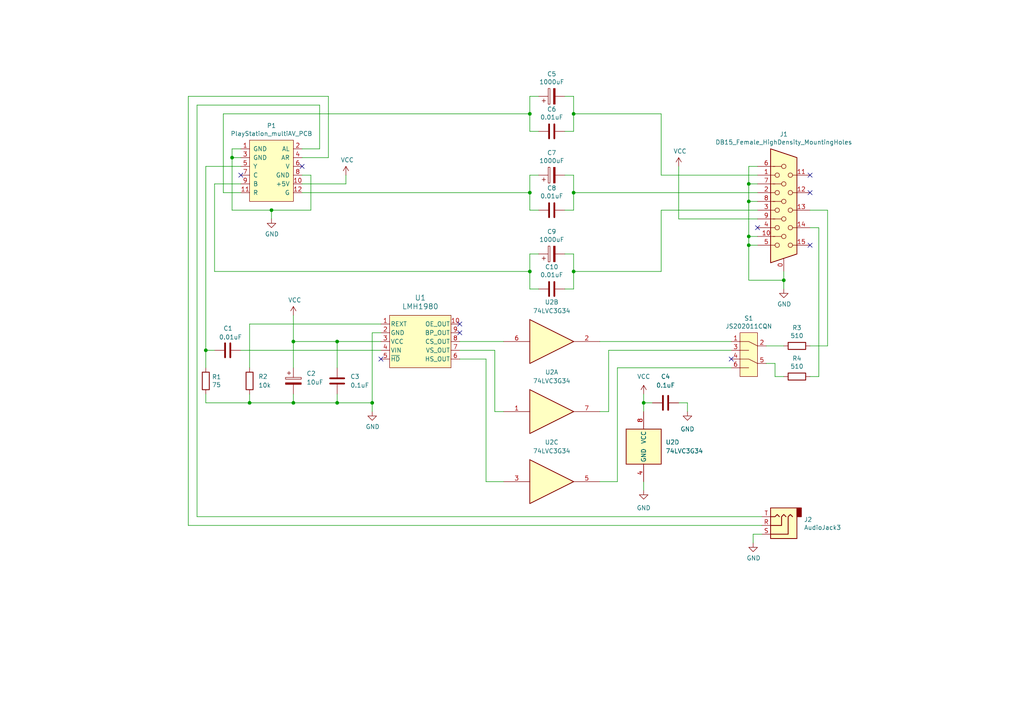
<source format=kicad_sch>
(kicad_sch (version 20250114) (generator "eeschema") (generator_version "9.0")
  (paper "A4")
  (title_block (title "RGBPlug Type P") (date "2025-05-28") (rev "v0.3"))
  (lib_symbols
    (symbol "74xGxx:74LVC3G34"
      (property "Reference" "U" (at -2.54 7.62 0))
      (property "Value" "74LVC3G34" (at 1.27 -7.62 0))
      (symbol "74LVC3G34_1_1"
        (polyline (pts (xy -7.62 6.35) (xy -7.62 -6.35) (xy 5.08 0) (xy -7.62 6.35)) (stroke (width 0.254)) (fill (type background)))
        (pin input line (at -15.24 0 0) (length 7.62) (name "~") (number "1"))
        (pin output line (at 12.7 0 180) (length 7.62) (name "~") (number "7"))
      )
      (symbol "74LVC3G34_2_1"
        (polyline (pts (xy -7.62 6.35) (xy -7.62 -6.35) (xy 5.08 0) (xy -7.62 6.35)) (stroke (width 0.254)) (fill (type background)))
        (pin input line (at -15.24 0 0) (length 7.62) (name "~") (number "6"))
        (pin output line (at 12.7 0 180) (length 7.62) (name "~") (number "2"))
      )
      (symbol "74LVC3G34_3_1"
        (polyline (pts (xy -7.62 6.35) (xy -7.62 -6.35) (xy 5.08 0) (xy -7.62 6.35)) (stroke (width 0.254)) (fill (type background)))
        (pin input line (at -15.24 0 0) (length 7.62) (name "~") (number "3"))
        (pin output line (at 12.7 0 180) (length 7.62) (name "~") (number "5"))
      )
      (symbol "74LVC3G34_4_0"
        (rectangle (start -5.08 -5.08) (end 5.08 5.08) (stroke (width 0.254)) (fill (type background)))
      )
      (symbol "74LVC3G34_4_1"
        (pin power_in line (at 0 10.16 270) (length 5.08) (name "VCC") (number "8"))
        (pin power_in line (at 0 -10.16 90) (length 5.08) (name "GND") (number "4"))
      )
    )
    (symbol "Connector:AudioJack3"
      (property "Reference" "J" (at 0 8.89 0))
      (property "Value" "AudioJack3" (at 0 6.35 0))
      (symbol "AudioJack3_0_1"
        (rectangle (start -5.08 -5.08) (end -6.35 -2.54) (stroke (width 0.254)) (fill (type outline)))
        (polyline (pts (xy -1.905 -2.54) (xy -1.27 -3.175) (xy -0.635 -2.54) (xy -0.635 0) (xy 2.54 0)) (stroke (width 0.254)))
        (polyline (pts (xy 0 -2.54) (xy 0.635 -3.175) (xy 1.27 -2.54) (xy 2.54 -2.54)) (stroke (width 0.254)))
        (rectangle (start 2.54 3.81) (end -5.08 -5.08) (stroke (width 0.254)) (fill (type background)))
        (polyline (pts (xy 2.54 2.54) (xy -2.54 2.54) (xy -2.54 -2.54) (xy -3.175 -3.175) (xy -3.81 -2.54)) (stroke (width 0.254)))
      )
      (symbol "AudioJack3_1_1"
        (pin passive line (at 5.08 2.54 180) (length 2.54) (name "~") (number "S"))
        (pin passive line (at 5.08 0 180) (length 2.54) (name "~") (number "R"))
        (pin passive line (at 5.08 -2.54 180) (length 2.54) (name "~") (number "T"))
      )
    )
    (symbol "Connector:DB15_Female_HighDensity_MountingHoles" (pin_names (offset 1.016) (hide yes))
      (property "Reference" "J" (at 0 21.59 0))
      (property "Value" "DB15_Female_HighDensity_MountingHoles" (at 0 19.05 0))
      (symbol "DB15_Female_HighDensity_MountingHoles_0_1"
        (polyline (pts (xy -3.81 17.78) (xy -3.81 -15.24) (xy 3.81 -12.7) (xy 3.81 15.24) (xy -3.81 17.78)) (stroke (width 0.254)) (fill (type background)))
        (polyline (pts (xy -3.175 7.62) (xy -0.635 7.62)))
        (circle (center -1.905 10.16) (radius 0.635))
        (circle (center -1.905 5.08) (radius 0.635))
        (circle (center -1.905 0) (radius 0.635))
        (circle (center -1.905 -5.08) (radius 0.635))
        (circle (center -1.905 -10.16) (radius 0.635))
        (polyline (pts (xy -0.635 12.7) (xy -3.175 12.7)))
        (polyline (pts (xy -0.635 2.54) (xy -3.175 2.54)))
        (polyline (pts (xy -0.635 -2.54) (xy -3.175 -2.54)))
        (polyline (pts (xy -0.635 -7.62) (xy -3.175 -7.62)))
        (circle (center 0 12.7) (radius 0.635))
        (circle (center 0 7.62) (radius 0.635))
        (circle (center 0 2.54) (radius 0.635))
        (circle (center 0 -2.54) (radius 0.635))
        (circle (center 0 -7.62) (radius 0.635))
        (circle (center 1.905 10.16) (radius 0.635))
        (circle (center 1.905 5.08) (radius 0.635))
        (circle (center 1.905 0) (radius 0.635))
        (circle (center 1.905 -5.08) (radius 0.635))
        (circle (center 1.905 -10.16) (radius 0.635))
      )
      (symbol "DB15_Female_HighDensity_MountingHoles_1_1"
        (pin passive line (at -7.62 12.7 0) (length 5.08) (name "~") (number "6"))
        (pin passive line (at -7.62 10.16 0) (length 5.08) (name "~") (number "1"))
        (pin passive line (at -7.62 7.62 0) (length 5.08) (name "~") (number "7"))
        (pin passive line (at -7.62 5.08 0) (length 5.08) (name "~") (number "2"))
        (pin passive line (at -7.62 2.54 0) (length 5.08) (name "~") (number "8"))
        (pin passive line (at -7.62 0 0) (length 5.08) (name "~") (number "3"))
        (pin passive line (at -7.62 -2.54 0) (length 5.08) (name "~") (number "9"))
        (pin passive line (at -7.62 -5.08 0) (length 5.08) (name "~") (number "4"))
        (pin passive line (at -7.62 -7.62 0) (length 5.08) (name "~") (number "10"))
        (pin passive line (at -7.62 -10.16 0) (length 5.08) (name "~") (number "5"))
        (pin passive line (at 0 -17.78 90) (length 3.81) (name "~") (number "0"))
        (pin passive line (at 7.62 10.16 180) (length 5.08) (name "~") (number "11"))
        (pin passive line (at 7.62 5.08 180) (length 5.08) (name "~") (number "12"))
        (pin passive line (at 7.62 0 180) (length 5.08) (name "~") (number "13"))
        (pin passive line (at 7.62 -5.08 180) (length 5.08) (name "~") (number "14"))
        (pin passive line (at 7.62 -10.16 180) (length 5.08) (name "~") (number "15"))
      )
    )
    (symbol "Device:C" (pin_numbers (hide yes)) (pin_names (offset 0.254))
      (property "Reference" "C" (at 0.635 2.54 0))
      (property "Value" "C" (at 0.635 -2.54 0))
      (symbol "C_0_1"
        (polyline (pts (xy -2.032 0.762) (xy 2.032 0.762)) (stroke (width 0.508)))
        (polyline (pts (xy -2.032 -0.762) (xy 2.032 -0.762)) (stroke (width 0.508)))
      )
      (symbol "C_1_1"
        (pin passive line (at 0 3.81 270) (length 2.794) (name "~") (number "1"))
        (pin passive line (at 0 -3.81 90) (length 2.794) (name "~") (number "2"))
      )
    )
    (symbol "Device:CP" (pin_numbers (hide yes)) (pin_names (offset 0.254))
      (property "Reference" "C" (at 0.635 2.54 0))
      (property "Value" "Device_CP" (at 0.635 -2.54 0))
      (symbol "CP_0_1"
        (rectangle (start -2.286 0.508) (end 2.286 1.016))
        (polyline (pts (xy -1.778 2.286) (xy -0.762 2.286)))
        (polyline (pts (xy -1.27 2.794) (xy -1.27 1.778)))
        (rectangle (start 2.286 -0.508) (end -2.286 -1.016) (fill (type outline)))
      )
      (symbol "CP_1_1"
        (pin passive line (at 0 3.81 270) (length 2.794) (name "~") (number "1"))
        (pin passive line (at 0 -3.81 90) (length 2.794) (name "~") (number "2"))
      )
    )
    (symbol "Device:C_Polarized" (pin_numbers (hide yes)) (pin_names (offset 0.254))
      (property "Reference" "C" (at 0.635 2.54 0))
      (property "Value" "C_Polarized" (at 0.635 -2.54 0))
      (symbol "C_Polarized_0_1"
        (rectangle (start -2.286 0.508) (end 2.286 1.016))
        (polyline (pts (xy -1.778 2.286) (xy -0.762 2.286)))
        (polyline (pts (xy -1.27 2.794) (xy -1.27 1.778)))
        (rectangle (start 2.286 -0.508) (end -2.286 -1.016) (fill (type outline)))
      )
      (symbol "C_Polarized_1_1"
        (pin passive line (at 0 3.81 270) (length 2.794) (name "~") (number "1"))
        (pin passive line (at 0 -3.81 90) (length 2.794) (name "~") (number "2"))
      )
    )
    (symbol "Device:R" (pin_numbers (hide yes)) (pin_names (offset 0))
      (property "Reference" "R" (at 2.032 0 90))
      (property "Value" "R" (at 0 0 90))
      (symbol "R_0_1"
        (rectangle (start -1.016 -2.54) (end 1.016 2.54) (stroke (width 0.254)))
      )
      (symbol "R_1_1"
        (pin passive line (at 0 3.81 270) (length 1.27) (name "~") (number "1"))
        (pin passive line (at 0 -3.81 90) (length 1.27) (name "~") (number "2"))
      )
    )
    (symbol "GND_1" (power) (pin_names (offset 0))
      (property "Value" "GND_1" (at 0 -3.81 0))
      (symbol "GND_1_0_1"
        (polyline (pts (xy 0 0) (xy 0 -1.27) (xy 1.27 -1.27) (xy 0 -2.54) (xy -1.27 -1.27) (xy 0 -1.27)))
      )
      (symbol "GND_1_1_1"
        (pin power_in line (at 0 0 270) (length 0) (hide yes) (name "GND") (number "1"))
      )
    )
    (symbol "GND_2" (power) (pin_names (offset 0))
      (property "Value" "GND_2" (at 0 -3.81 0))
      (symbol "GND_2_0_1"
        (polyline (pts (xy 0 0) (xy 0 -1.27) (xy 1.27 -1.27) (xy 0 -2.54) (xy -1.27 -1.27) (xy 0 -1.27)))
      )
      (symbol "GND_2_1_1"
        (pin power_in line (at 0 0 270) (length 0) (hide yes) (name "GND") (number "1"))
      )
    )
    (symbol "VCC_1" (power) (pin_names (offset 0))
      (property "Value" "VCC_1" (at 0 3.81 0))
      (symbol "VCC_1_0_1"
        (polyline (pts (xy -0.762 1.27) (xy 0 2.54)))
        (polyline (pts (xy 0 2.54) (xy 0.762 1.27)))
        (polyline (pts (xy 0 0) (xy 0 2.54)))
      )
      (symbol "VCC_1_1_1"
        (pin power_in line (at 0 0 90) (length 0) (hide yes) (name "VCC") (number "1"))
      )
    )
    (symbol "power:GND" (power) (pin_names (offset 0))
      (property "Value" "GND" (at 0 -3.81 0))
      (symbol "GND_0_1"
        (polyline (pts (xy 0 0) (xy 0 -1.27) (xy 1.27 -1.27) (xy 0 -2.54) (xy -1.27 -1.27) (xy 0 -1.27)))
      )
      (symbol "GND_1_1"
        (pin power_in line (at 0 0 270) (length 0) (hide yes) (name "GND") (number "1"))
      )
    )
    (symbol "power:VCC" (power) (pin_names (offset 0))
      (property "Value" "VCC" (at 0 3.81 0))
      (symbol "VCC_0_1"
        (polyline (pts (xy -0.762 1.27) (xy 0 2.54)))
        (polyline (pts (xy 0 2.54) (xy 0.762 1.27)))
        (polyline (pts (xy 0 0) (xy 0 2.54)))
      )
      (symbol "VCC_1_1"
        (pin power_in line (at 0 0 90) (length 0) (hide yes) (name "VCC") (number "1"))
      )
    )
    (symbol "retro_gaming:LMH1980" (pin_names (offset 0.254))
      (property "Reference" "U" (at 0 8.89 0))
      (property "Value" "LMH1980" (at 0 -8.89 0))
      (symbol "LMH1980_1_1"
        (rectangle (start -8.89 7.62) (end 8.89 -7.62) (fill (type background)))
        (pin passive line (at -11.43 5.08 0) (length 2.54) (name "REXT") (number "1"))
        (pin power_in line (at -11.43 2.54 0) (length 2.54) (name "GND") (number "2"))
        (pin power_in line (at -11.43 0 0) (length 2.54) (name "VCC") (number "3"))
        (pin input line (at -11.43 -2.54 0) (length 2.54) (name "VIN") (number "4"))
        (pin output line (at -11.43 -5.08 0) (length 2.54) (name "~{HD}") (number "5"))
        (pin output line (at 11.43 5.08 180) (length 2.54) (name "OE_OUT") (number "10"))
        (pin output line (at 11.43 2.54 180) (length 2.54) (name "BP_OUT") (number "9"))
        (pin output line (at 11.43 0 180) (length 2.54) (name "CS_OUT") (number "8"))
        (pin output line (at 11.43 -2.54 180) (length 2.54) (name "VS_OUT") (number "7"))
        (pin output line (at 11.43 -5.08 180) (length 2.54) (name "HS_OUT") (number "6"))
      )
    )
    (symbol "retro_gaming:PlayStation_multiAV_PCB" (pin_names (offset 1.016))
      (property "Reference" "P" (at 0 -10.16 0))
      (property "Value" "retro_gaming_PlayStation_multiAV_PCB" (at 0 10.16 0))
      (symbol "PlayStation_multiAV_PCB_0_1"
        (rectangle (start -6.35 8.89) (end 6.35 -8.89) (fill (type background)))
      )
      (symbol "PlayStation_multiAV_PCB_1_1"
        (pin passive line (at -8.89 6.35 0) (length 2.54) (name "GND") (number "1"))
        (pin passive line (at -8.89 3.81 0) (length 2.54) (name "GND") (number "3"))
        (pin passive line (at -8.89 1.27 0) (length 2.54) (name "Y") (number "5"))
        (pin passive line (at -8.89 -1.27 0) (length 2.54) (name "C") (number "7"))
        (pin passive line (at -8.89 -3.81 0) (length 2.54) (name "B") (number "9"))
        (pin passive line (at -8.89 -6.35 0) (length 2.54) (name "R") (number "11"))
        (pin passive line (at 8.89 6.35 180) (length 2.54) (name "AL") (number "2"))
        (pin passive line (at 8.89 3.81 180) (length 2.54) (name "AR") (number "4"))
        (pin passive line (at 8.89 1.27 180) (length 2.54) (name "V") (number "6"))
        (pin passive line (at 8.89 -1.27 180) (length 2.54) (name "GND") (number "8"))
        (pin passive line (at 8.89 -3.81 180) (length 2.54) (name "+5V") (number "10"))
        (pin passive line (at 8.89 -6.35 180) (length 2.54) (name "G") (number "12"))
      )
    )
    (symbol "rgbplug_psx-rescue:JS202011CQN-retro_gaming" (pin_names (offset 1.016))
      (property "Reference" "S" (at 0 -7.62 0))
      (property "Value" "JS202011CQN-retro_gaming" (at 0 7.62 0))
      (symbol "JS202011CQN-retro_gaming_0_1"
        (rectangle (start -2.54 6.35) (end 2.54 -6.35) (fill (type background)))
        (polyline (pts (xy -2.54 3.81) (xy 0 3.81) (xy 2.54 2.54)))
        (polyline (pts (xy -2.54 1.27) (xy 0 1.27)))
        (polyline (pts (xy -2.54 -1.27) (xy 0 -1.27) (xy 2.54 -2.54)))
        (polyline (pts (xy -2.54 -3.81) (xy 0 -3.81)))
      )
      (symbol "JS202011CQN-retro_gaming_1_1"
        (pin passive line (at -5.08 3.81 0) (length 2.54) (name "~") (number "1"))
        (pin passive line (at -5.08 1.27 0) (length 2.54) (name "~") (number "3"))
        (pin passive line (at -5.08 -1.27 0) (length 2.54) (name "~") (number "4"))
        (pin passive line (at -5.08 -3.81 0) (length 2.54) (name "~") (number "6"))
        (pin passive line (at 5.08 2.54 180) (length 2.54) (name "~") (number "2"))
        (pin passive line (at 5.08 -2.54 180) (length 2.54) (name "~") (number "5"))
      )
    )
  )
  (junction (at 78.74 60.96))
  (junction (at 153.67 55.88))
  (junction (at 153.67 33.02))
  (junction (at 186.69 116.84))
  (junction (at 217.17 68.58))
  (junction (at 217.17 53.34))
  (junction (at 97.79 116.84))
  (junction (at 85.09 116.84))
  (junction (at 166.37 55.88))
  (junction (at 217.17 58.42))
  (junction (at 59.69 101.6))
  (junction (at 166.37 78.74))
  (junction (at 166.37 33.02))
  (junction (at 107.95 116.84))
  (junction (at 217.17 71.12))
  (junction (at 227.33 81.28))
  (junction (at 67.31 45.72))
  (junction (at 153.67 78.74))
  (junction (at 97.79 99.06))
  (junction (at 85.09 99.06))
  (junction (at 72.39 116.84))
  (no_connect (at 110.49 104.14))
  (no_connect (at 234.95 50.8))
  (no_connect (at 212.09 104.14))
  (no_connect (at 69.85 50.8))
  (no_connect (at 133.35 93.98))
  (no_connect (at 87.63 48.26))
  (no_connect (at 219.71 66.04))
  (no_connect (at 234.95 55.88))
  (no_connect (at 133.35 96.52))
  (no_connect (at 234.95 71.12))
  (wire (pts (xy 87.63 43.18) (xy 92.71 43.18)))
  (wire (pts (xy 153.67 78.74) (xy 153.67 73.66)))
  (wire (pts (xy 62.23 101.6) (xy 59.69 101.6)))
  (wire (pts (xy 237.49 66.04) (xy 237.49 109.22)))
  (wire (pts (xy 153.67 83.82) (xy 153.67 78.74)))
  (wire (pts (xy 166.37 83.82) (xy 166.37 78.74)))
  (wire (pts (xy 85.09 116.84) (xy 97.79 116.84)))
  (wire (pts (xy 85.09 99.06) (xy 97.79 99.06)))
  (wire (pts (xy 217.17 58.42) (xy 217.17 53.34)))
  (wire (pts (xy 156.21 50.8) (xy 153.67 50.8)))
  (wire (pts (xy 166.37 73.66) (xy 163.83 73.66)))
  (wire (pts (xy 153.67 27.94) (xy 153.67 33.02)))
  (wire (pts (xy 234.95 100.33) (xy 240.03 100.33)))
  (wire (pts (xy 87.63 55.88) (xy 153.67 55.88)))
  (wire (pts (xy 219.71 58.42) (xy 217.17 58.42)))
  (wire (pts (xy 219.71 60.96) (xy 191.77 60.96)))
  (wire (pts (xy 87.63 45.72) (xy 95.25 45.72)))
  (wire (pts (xy 218.44 157.48) (xy 218.44 154.94)))
  (wire (pts (xy 227.33 78.74) (xy 227.33 81.28)))
  (wire (pts (xy 85.09 99.06) (xy 85.09 106.68)))
  (wire (pts (xy 57.15 149.86) (xy 220.98 149.86)))
  (wire (pts (xy 234.95 109.22) (xy 237.49 109.22)))
  (wire (pts (xy 59.69 48.26) (xy 69.85 48.26)))
  (wire (pts (xy 95.25 27.94) (xy 54.61 27.94)))
  (wire (pts (xy 227.33 81.28) (xy 227.33 83.82)))
  (wire (pts (xy 196.85 63.5) (xy 219.71 63.5)))
  (wire (pts (xy 166.37 33.02) (xy 166.37 38.1)))
  (wire (pts (xy 54.61 27.94) (xy 54.61 152.4)))
  (wire (pts (xy 90.17 50.8) (xy 90.17 60.96)))
  (wire (pts (xy 143.51 119.38) (xy 143.51 101.6)))
  (wire (pts (xy 191.77 33.02) (xy 191.77 50.8)))
  (wire (pts (xy 95.25 45.72) (xy 95.25 27.94)))
  (wire (pts (xy 240.03 60.96) (xy 234.95 60.96)))
  (wire (pts (xy 97.79 99.06) (xy 110.49 99.06)))
  (wire (pts (xy 173.99 139.7) (xy 179.07 139.7)))
  (wire (pts (xy 62.23 78.74) (xy 153.67 78.74)))
  (wire (pts (xy 85.09 114.3) (xy 85.09 116.84)))
  (wire (pts (xy 219.71 71.12) (xy 217.17 71.12)))
  (wire (pts (xy 166.37 55.88) (xy 219.71 55.88)))
  (wire (pts (xy 240.03 60.96) (xy 240.03 100.33)))
  (wire (pts (xy 156.21 27.94) (xy 153.67 27.94)))
  (wire (pts (xy 67.31 43.18) (xy 67.31 45.72)))
  (wire (pts (xy 166.37 27.94) (xy 166.37 33.02)))
  (wire (pts (xy 67.31 45.72) (xy 67.31 60.96)))
  (wire (pts (xy 191.77 60.96) (xy 191.77 78.74)))
  (wire (pts (xy 196.85 48.26) (xy 196.85 63.5)))
  (wire (pts (xy 100.33 53.34) (xy 100.33 50.8)))
  (wire (pts (xy 218.44 154.94) (xy 220.98 154.94)))
  (wire (pts (xy 217.17 48.26) (xy 219.71 48.26)))
  (wire (pts (xy 59.69 114.3) (xy 59.69 116.84)))
  (wire (pts (xy 87.63 50.8) (xy 90.17 50.8)))
  (wire (pts (xy 166.37 55.88) (xy 166.37 50.8)))
  (wire (pts (xy 176.53 101.6) (xy 212.09 101.6)))
  (wire (pts (xy 166.37 50.8) (xy 163.83 50.8)))
  (wire (pts (xy 92.71 30.48) (xy 57.15 30.48)))
  (wire (pts (xy 163.83 60.96) (xy 166.37 60.96)))
  (wire (pts (xy 163.83 83.82) (xy 166.37 83.82)))
  (wire (pts (xy 153.67 60.96) (xy 153.67 55.88)))
  (wire (pts (xy 217.17 71.12) (xy 217.17 68.58)))
  (wire (pts (xy 166.37 78.74) (xy 166.37 73.66)))
  (wire (pts (xy 90.17 60.96) (xy 78.74 60.96)))
  (wire (pts (xy 166.37 78.74) (xy 191.77 78.74)))
  (wire (pts (xy 217.17 68.58) (xy 217.17 58.42)))
  (wire (pts (xy 54.61 152.4) (xy 220.98 152.4)))
  (wire (pts (xy 72.39 93.98) (xy 72.39 106.68)))
  (wire (pts (xy 67.31 60.96) (xy 78.74 60.96)))
  (wire (pts (xy 59.69 116.84) (xy 72.39 116.84)))
  (wire (pts (xy 166.37 27.94) (xy 163.83 27.94)))
  (wire (pts (xy 67.31 43.18) (xy 69.85 43.18)))
  (wire (pts (xy 57.15 30.48) (xy 57.15 149.86)))
  (wire (pts (xy 143.51 101.6) (xy 133.35 101.6)))
  (wire (pts (xy 72.39 116.84) (xy 85.09 116.84)))
  (wire (pts (xy 199.39 119.38) (xy 199.39 116.84)))
  (wire (pts (xy 219.71 53.34) (xy 217.17 53.34)))
  (wire (pts (xy 219.71 68.58) (xy 217.17 68.58)))
  (wire (pts (xy 97.79 116.84) (xy 107.95 116.84)))
  (wire (pts (xy 222.25 105.41) (xy 224.79 105.41)))
  (wire (pts (xy 153.67 33.02) (xy 153.67 38.1)))
  (wire (pts (xy 222.25 100.33) (xy 227.33 100.33)))
  (wire (pts (xy 87.63 53.34) (xy 100.33 53.34)))
  (wire (pts (xy 224.79 105.41) (xy 224.79 109.22)))
  (wire (pts (xy 140.97 139.7) (xy 146.05 139.7)))
  (wire (pts (xy 64.77 33.02) (xy 153.67 33.02)))
  (wire (pts (xy 107.95 96.52) (xy 107.95 116.84)))
  (wire (pts (xy 217.17 53.34) (xy 217.17 48.26)))
  (wire (pts (xy 133.35 104.14) (xy 140.97 104.14)))
  (wire (pts (xy 186.69 116.84) (xy 189.23 116.84)))
  (wire (pts (xy 62.23 53.34) (xy 69.85 53.34)))
  (wire (pts (xy 179.07 106.68) (xy 212.09 106.68)))
  (wire (pts (xy 64.77 55.88) (xy 69.85 55.88)))
  (wire (pts (xy 166.37 33.02) (xy 191.77 33.02)))
  (wire (pts (xy 97.79 99.06) (xy 97.79 106.68)))
  (wire (pts (xy 217.17 81.28) (xy 217.17 71.12)))
  (wire (pts (xy 110.49 93.98) (xy 72.39 93.98)))
  (wire (pts (xy 69.85 101.6) (xy 110.49 101.6)))
  (wire (pts (xy 156.21 60.96) (xy 153.67 60.96)))
  (wire (pts (xy 224.79 109.22) (xy 227.33 109.22)))
  (wire (pts (xy 234.95 66.04) (xy 237.49 66.04)))
  (wire (pts (xy 219.71 50.8) (xy 191.77 50.8)))
  (wire (pts (xy 64.77 33.02) (xy 64.77 55.88)))
  (wire (pts (xy 92.71 43.18) (xy 92.71 30.48)))
  (wire (pts (xy 110.49 96.52) (xy 107.95 96.52)))
  (wire (pts (xy 153.67 73.66) (xy 156.21 73.66)))
  (wire (pts (xy 186.69 116.84) (xy 186.69 119.38)))
  (wire (pts (xy 62.23 53.34) (xy 62.23 78.74)))
  (wire (pts (xy 85.09 99.06) (xy 85.09 91.44)))
  (wire (pts (xy 97.79 114.3) (xy 97.79 116.84)))
  (wire (pts (xy 156.21 83.82) (xy 153.67 83.82)))
  (wire (pts (xy 186.69 114.3) (xy 186.69 116.84)))
  (wire (pts (xy 140.97 104.14) (xy 140.97 139.7)))
  (wire (pts (xy 59.69 101.6) (xy 59.69 48.26)))
  (wire (pts (xy 227.33 81.28) (xy 217.17 81.28)))
  (wire (pts (xy 186.69 139.7) (xy 186.69 142.24)))
  (wire (pts (xy 176.53 119.38) (xy 176.53 101.6)))
  (wire (pts (xy 173.99 99.06) (xy 212.09 99.06)))
  (wire (pts (xy 67.31 45.72) (xy 69.85 45.72)))
  (wire (pts (xy 146.05 119.38) (xy 143.51 119.38)))
  (wire (pts (xy 166.37 60.96) (xy 166.37 55.88)))
  (wire (pts (xy 199.39 116.84) (xy 196.85 116.84)))
  (wire (pts (xy 179.07 139.7) (xy 179.07 106.68)))
  (wire (pts (xy 72.39 116.84) (xy 72.39 114.3)))
  (wire (pts (xy 59.69 101.6) (xy 59.69 106.68)))
  (wire (pts (xy 133.35 99.06) (xy 146.05 99.06)))
  (wire (pts (xy 78.74 63.5) (xy 78.74 60.96)))
  (wire (pts (xy 153.67 38.1) (xy 156.21 38.1)))
  (wire (pts (xy 173.99 119.38) (xy 176.53 119.38)))
  (wire (pts (xy 163.83 38.1) (xy 166.37 38.1)))
  (wire (pts (xy 153.67 55.88) (xy 153.67 50.8)))
  (wire (pts (xy 107.95 119.38) (xy 107.95 116.84)))
  (symbol (lib_id "Connector:DB15_Female_HighDensity_MountingHoles") (at 227.33 60.96 0) (unit 1)
    (property "Reference" "J1" (at 227.33 38.9382 0))
    (property "Value" "DB15_Female_HighDensity_MountingHoles" (at 227.33 41.2496 0))
    (property "Footprint" "retro_gaming:L17HTHES4F1C" (effects (hide yes)))
    (property "Datasheet" " ~" (effects (hide yes)))
  )
  (symbol (lib_id "rgbplug_psx-rescue:JS202011CQN-retro_gaming") (at 217.17 102.87 0) (unit 1)
    (property "Reference" "S1" (at 217.17 92.329 0))
    (property "Value" "JS202011CQN" (at 217.17 94.6404 0))
    (property "Footprint" "Button_Switch_THT:SW_CuK_JS202011CQN_DPDT_Straight" (effects (hide yes)))
    (property "Datasheet" "https://www.ckswitches.com/media/1422/js.pdf" (effects (hide yes)))
  )
  (symbol (lib_id "Device:CP") (at 160.02 27.94 90) (unit 1)
    (property "Reference" "C5" (at 160.02 21.463 90))
    (property "Value" "1000uF" (at 160.02 23.7744 90))
    (property "Footprint" "Capacitor_THT:CP_Radial_D6.3mm_P2.50mm" (effects (hide yes)))
  )
  (symbol (lib_id "Device:CP") (at 160.02 50.8 90) (unit 1)
    (property "Reference" "C7" (at 160.02 44.323 90))
    (property "Value" "1000uF" (at 160.02 46.6344 90))
    (property "Footprint" "Capacitor_THT:CP_Radial_D6.3mm_P2.50mm" (effects (hide yes)))
  )
  (symbol (lib_id "Device:CP") (at 160.02 73.66 90) (unit 1)
    (property "Reference" "C9" (at 160.02 67.183 90))
    (property "Value" "1000uF" (at 160.02 69.4944 90))
    (property "Footprint" "Capacitor_THT:CP_Radial_D6.3mm_P2.50mm" (effects (hide yes)))
  )
  (symbol (lib_id "Device:C") (at 160.02 38.1 270) (unit 1)
    (property "Reference" "C6" (at 160.02 31.6992 90))
    (property "Value" "0.01uF" (at 160.02 34.0106 90))
    (property "Footprint" "Capacitor_SMD:C_0805_2012Metric_Pad1.18x1.45mm_HandSolder" (effects (hide yes)))
  )
  (symbol (lib_id "Device:C") (at 160.02 60.96 270) (unit 1)
    (property "Reference" "C8" (at 160.02 54.5592 90))
    (property "Value" "0.01uF" (at 160.02 56.8706 90))
    (property "Footprint" "Capacitor_SMD:C_0805_2012Metric_Pad1.18x1.45mm_HandSolder" (effects (hide yes)))
  )
  (symbol (lib_id "Device:C") (at 160.02 83.82 270) (unit 1)
    (property "Reference" "C10" (at 160.02 77.4192 90))
    (property "Value" "0.01uF" (at 160.02 79.7306 90))
    (property "Footprint" "Capacitor_SMD:C_0805_2012Metric_Pad1.18x1.45mm_HandSolder" (effects (hide yes)))
  )
  (symbol (lib_id "Device:C") (at 66.04 101.6 90) (unit 1)
    (property "Reference" "C1" (at 64.77 95.25 90) (effects (justify right)))
    (property "Value" "0.01uF" (at 63.5 97.79 90) (effects (justify right)))
    (property "Footprint" "Capacitor_SMD:C_0805_2012Metric_Pad1.18x1.45mm_HandSolder" (effects (hide yes)))
  )
  (symbol (lib_id "Device:R") (at 231.14 100.33 270) (unit 1)
    (property "Reference" "R3" (at 231.14 95.0722 90))
    (property "Value" "510" (at 231.14 97.3836 90))
    (property "Footprint" "Resistor_SMD:R_0805_2012Metric_Pad1.20x1.40mm_HandSolder" (effects (hide yes)))
  )
  (symbol (lib_id "Device:R") (at 231.14 109.22 270) (unit 1)
    (property "Reference" "R4" (at 231.14 103.9622 90))
    (property "Value" "510" (at 231.14 106.2736 90))
    (property "Footprint" "Resistor_SMD:R_0805_2012Metric_Pad1.20x1.40mm_HandSolder" (effects (hide yes)))
  )
  (symbol (lib_id "power:GND") (at 218.44 157.48 0) (unit 1)
    (property "Reference" "#PWR06" (effects (hide yes)))
    (property "Value" "GND" (at 218.567 161.8742 0))
  )
  (symbol (lib_id "power:GND") (at 227.33 83.82 0) (unit 1)
    (property "Reference" "#PWR07" (effects (hide yes)))
    (property "Value" "GND" (at 227.457 88.2142 0))
  )
  (symbol (lib_id "power:GND") (at 107.95 119.38 0) (unit 1)
    (property "Reference" "#PWR04" (effects (hide yes)))
    (property "Value" "GND" (at 108.077 123.7742 0))
  )
  (symbol (lib_id "power:GND") (at 78.74 63.5 0) (unit 1)
    (property "Reference" "#PWR01" (effects (hide yes)))
    (property "Value" "GND" (at 78.867 67.8942 0))
  )
  (symbol (lib_id "power:VCC") (at 100.33 50.8 0) (unit 1)
    (property "Reference" "#PWR02" (effects (hide yes)))
    (property "Value" "VCC" (at 100.711 46.4058 0))
  )
  (symbol (lib_id "power:VCC") (at 196.85 48.26 0) (unit 1)
    (property "Reference" "#PWR05" (effects (hide yes)))
    (property "Value" "VCC" (at 197.231 43.8658 0))
  )
  (symbol (lib_id "power:VCC") (at 85.09 91.44 0) (unit 1)
    (property "Reference" "#PWR03" (effects (hide yes)))
    (property "Value" "VCC" (at 85.471 87.0458 0))
  )
  (symbol (lib_id "Connector:AudioJack3") (at 226.06 152.4 180) (unit 1)
    (property "Reference" "J2" (at 233.172 150.6982 0) (effects (justify right)))
    (property "Value" "AudioJack3" (at 233.172 153.0096 0) (effects (justify right)))
    (property "Footprint" "Connector_Audio:Jack_3.5mm_CUI_SJ1-3533NG_Horizontal" (effects (hide yes)))
  )
  (symbol (lib_id "Device:R") (at 59.69 110.49 0) (unit 1)
    (property "Reference" "R1" (at 61.468 109.3216 0) (effects (justify left)))
    (property "Value" "75" (at 61.468 111.633 0) (effects (justify left)))
    (property "Footprint" "Resistor_SMD:R_0805_2012Metric_Pad1.20x1.40mm_HandSolder" (effects (hide yes)))
  )
  (symbol (lib_id "retro_gaming:PlayStation_multiAV_PCB") (at 78.74 49.53 0) (unit 1)
    (property "Reference" "P1" (at 78.74 36.449 0))
    (property "Value" "PlayStation_multiAV_PCB" (at 78.74 38.7604 0))
    (property "Footprint" "retro_gaming:PlayStation_multiAV_PCB" (effects (hide yes)))
  )
  (symbol (lib_id "74xGxx:74LVC3G34") (at 186.69 129.54 0) (unit 4)
    (property "Reference" "U2" (at 193.04 128.27 0) (effects (justify left)))
    (property "Value" "74LVC3G34" (at 193.04 130.81 0) (effects (justify left)))
    (property "Footprint" "Package_SO:TSSOP-8_3x3mm_P0.65mm" (effects (hide yes)))
    (property "Datasheet" "http://www.ti.com/lit/sg/scyt129e/scyt129e.pdf" (effects (hide yes)))
  )
  (symbol (lib_id "Device:R") (at 72.39 110.49 0) (unit 1)
    (property "Reference" "R2" (at 74.93 109.22 0) (effects (justify left)))
    (property "Value" "10k" (at 74.93 111.76 0) (effects (justify left)))
    (property "Footprint" "Resistor_SMD:R_0805_2012Metric_Pad1.20x1.40mm_HandSolder" (effects (hide yes)))
  )
  (symbol (lib_name "VCC_1") (lib_id "power:VCC") (at 186.69 114.3 0) (unit 1)
    (property "Reference" "#PWR09" (effects (hide yes)))
    (property "Value" "VCC" (at 186.69 109.22 0))
  )
  (symbol (lib_name "GND_1") (lib_id "power:GND") (at 186.69 142.24 0) (unit 1)
    (property "Reference" "#PWR08" (effects (hide yes)))
    (property "Value" "GND" (at 186.69 147.32 0))
  )
  (symbol (lib_id "Device:C") (at 193.04 116.84 90) (unit 1)
    (property "Reference" "C4" (at 193.04 109.22 90))
    (property "Value" "0.1uF" (at 193.04 111.76 90))
    (property "Footprint" "Capacitor_SMD:C_0805_2012Metric_Pad1.18x1.45mm_HandSolder" (effects (hide yes)))
  )
  (symbol (lib_id "74xGxx:74LVC3G34") (at 161.29 119.38 0) (unit 1)
    (property "Reference" "U2" (at 160.02 107.95 0))
    (property "Value" "74LVC3G34" (at 160.02 110.49 0))
    (property "Footprint" "Package_SO:TSSOP-8_3x3mm_P0.65mm" (effects (hide yes)))
    (property "Datasheet" "http://www.ti.com/lit/sg/scyt129e/scyt129e.pdf" (effects (hide yes)))
  )
  (symbol (lib_id "74xGxx:74LVC3G34") (at 161.29 139.7 0) (unit 3)
    (property "Reference" "U2" (at 160.02 128.27 0))
    (property "Value" "74LVC3G34" (at 160.02 130.81 0))
    (property "Footprint" "Package_SO:TSSOP-8_3x3mm_P0.65mm" (effects (hide yes)))
    (property "Datasheet" "http://www.ti.com/lit/sg/scyt129e/scyt129e.pdf" (effects (hide yes)))
  )
  (symbol (lib_id "74xGxx:74LVC3G34") (at 161.29 99.06 0) (unit 2)
    (property "Reference" "U2" (at 160.02 87.63 0))
    (property "Value" "74LVC3G34" (at 160.02 90.17 0))
    (property "Footprint" "Package_SO:TSSOP-8_3x3mm_P0.65mm" (effects (hide yes)))
    (property "Datasheet" "http://www.ti.com/lit/sg/scyt129e/scyt129e.pdf" (effects (hide yes)))
  )
  (symbol (lib_name "GND_2") (lib_id "power:GND") (at 199.39 119.38 0) (unit 1)
    (property "Reference" "#PWR010" (effects (hide yes)))
    (property "Value" "GND" (at 199.39 124.46 0))
  )
  (symbol (lib_id "Device:C_Polarized") (at 85.09 110.49 0) (unit 1)
    (property "Reference" "C2" (at 88.9 108.331 0) (effects (justify left)))
    (property "Value" "10uF" (at 88.9 110.871 0) (effects (justify left)))
    (property "Footprint" "Capacitor_SMD:C_1206_3216Metric_Pad1.33x1.80mm_HandSolder" (effects (hide yes)))
  )
  (symbol (lib_id "Device:C") (at 97.79 110.49 0) (unit 1)
    (property "Reference" "C3" (at 101.6 109.22 0) (effects (justify left)))
    (property "Value" "0.1uF" (at 101.6 111.76 0) (effects (justify left)))
    (property "Footprint" "Capacitor_SMD:C_0805_2012Metric_Pad1.18x1.45mm_HandSolder" (effects (hide yes)))
  )
  (symbol (lib_id "retro_gaming:LMH1980") (at 121.92 99.06 0) (unit 1)
    (property "Reference" "U1" (at 121.92 86.36 0) (effects (font (size 1.524 1.524))))
    (property "Value" "LMH1980" (at 121.92 88.9 0) (effects (font (size 1.524 1.524))))
    (property "Footprint" "Package_SO:VSSOP-10_3x3mm_P0.5mm" (effects (hide yes)))
    (property "Datasheet" "LMH1980" (effects (hide yes)))
  )
)
</source>
